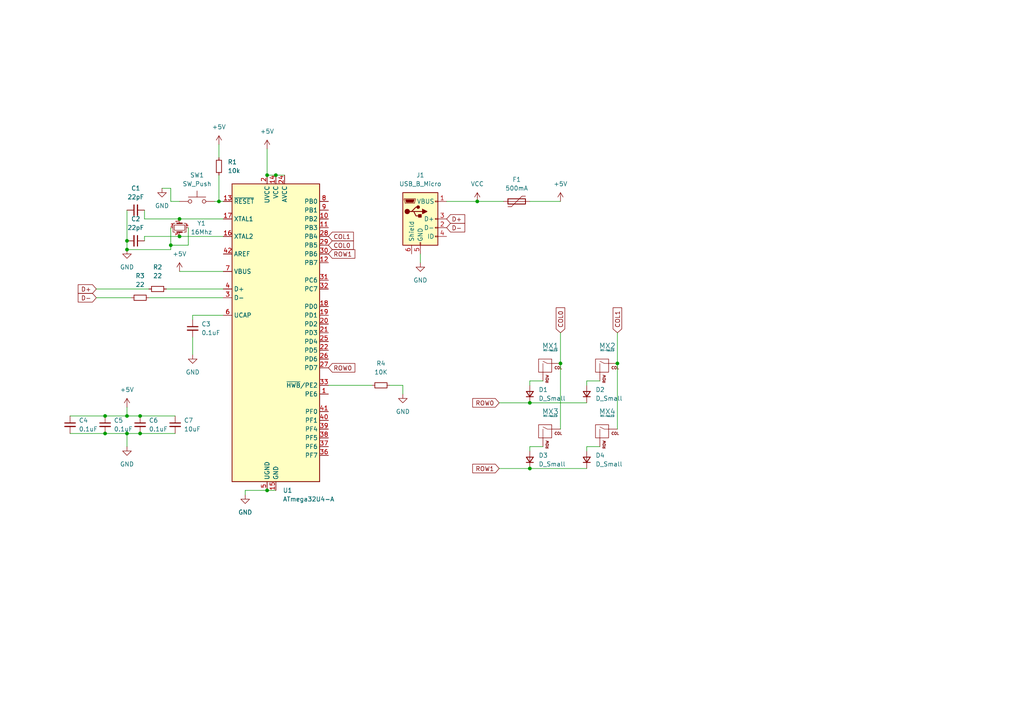
<source format=kicad_sch>
(kicad_sch (version 20211123) (generator eeschema)
  (paper "A4")
  (lib_symbols
    (symbol "Connector:USB_B_Micro" (pin_names (offset 1.016))
      (property "Reference" "J" (at -5.08 11.43 0))
      (property "Value" "USB_B_Micro" (at -5.08 8.89 0))
      (symbol "USB_B_Micro_0_1"
        (rectangle (start -5.08 -7.62) (end 5.08 7.62) (stroke (width 0.254)) (fill (type background)))
        (circle (center -3.81 2.159) (radius 0.635) (stroke (width 0.254)) (fill (type outline)))
        (circle (center -0.635 3.429) (radius 0.381) (stroke (width 0.254)) (fill (type outline)))
        (rectangle (start -0.127 -7.62) (end 0.127 -6.858))
        (polyline (pts (xy -1.905 2.159) (xy 0.635 2.159)) (stroke (width 0.254)))
        (polyline (pts (xy -3.175 2.159) (xy -2.54 2.159) (xy -1.27 3.429) (xy -0.635 3.429)) (stroke (width 0.254)))
        (polyline (pts (xy -2.54 2.159) (xy -1.905 2.159) (xy -1.27 0.889) (xy 0 0.889)) (stroke (width 0.254)))
        (polyline (pts (xy 0.635 2.794) (xy 0.635 1.524) (xy 1.905 2.159) (xy 0.635 2.794)) (stroke (width 0.254)) (fill (type outline)))
        (polyline (pts (xy -4.318 5.588) (xy -1.778 5.588) (xy -2.032 4.826) (xy -4.064 4.826) (xy -4.318 5.588)) (fill (type outline)))
        (polyline (pts (xy -4.699 5.842) (xy -4.699 5.588) (xy -4.445 4.826) (xy -4.445 4.572) (xy -1.651 4.572) (xy -1.651 4.826) (xy -1.397 5.588) (xy -1.397 5.842) (xy -4.699 5.842)))
        (rectangle (start 0.254 1.27) (end -0.508 0.508) (stroke (width 0.254)) (fill (type outline)))
        (rectangle (start 5.08 -5.207) (end 4.318 -4.953))
        (rectangle (start 5.08 -2.667) (end 4.318 -2.413))
        (rectangle (start 5.08 -0.127) (end 4.318 0.127))
        (rectangle (start 5.08 4.953) (end 4.318 5.207))
      )
      (symbol "USB_B_Micro_1_1"
        (pin power_out line (at 7.62 5.08 180) (length 2.54) (name "VBUS") (number "1"))
        (pin bidirectional line (at 7.62 -2.54 180) (length 2.54) (name "D-") (number "2"))
        (pin bidirectional line (at 7.62 0 180) (length 2.54) (name "D+") (number "3"))
        (pin passive line (at 7.62 -5.08 180) (length 2.54) (name "ID") (number "4"))
        (pin power_out line (at 0 -10.16 90) (length 2.54) (name "GND") (number "5"))
        (pin passive line (at -2.54 -10.16 90) (length 2.54) (name "Shield") (number "6"))
      )
    )
    (symbol "Device:C_Small" (pin_numbers hide) (pin_names (offset 0.254) hide)
      (property "Reference" "C" (at 0.254 1.778 0))
      (property "Value" "C_Small" (at 0.254 -2.032 0))
      (symbol "C_Small_0_1"
        (polyline (pts (xy -1.524 -0.508) (xy 1.524 -0.508)) (stroke (width 0.3302)))
        (polyline (pts (xy -1.524 0.508) (xy 1.524 0.508)) (stroke (width 0.3048)))
      )
      (symbol "C_Small_1_1"
        (pin passive line (at 0 2.54 270) (length 2.032) (name "~") (number "1"))
        (pin passive line (at 0 -2.54 90) (length 2.032) (name "~") (number "2"))
      )
    )
    (symbol "Device:Crystal_GND24_Small" (pin_names (offset 1.016) hide)
      (property "Reference" "Y" (at 1.27 4.445 0))
      (property "Value" "Crystal_GND24_Small" (at 1.27 2.54 0))
      (symbol "Crystal_GND24_Small_0_1"
        (rectangle (start -0.762 -1.524) (end 0.762 1.524))
        (polyline (pts (xy -1.27 -0.762) (xy -1.27 0.762)) (stroke (width 0.381)))
        (polyline (pts (xy 1.27 -0.762) (xy 1.27 0.762)) (stroke (width 0.381)))
        (polyline (pts (xy -1.27 -1.27) (xy -1.27 -1.905) (xy 1.27 -1.905) (xy 1.27 -1.27)))
        (polyline (pts (xy -1.27 1.27) (xy -1.27 1.905) (xy 1.27 1.905) (xy 1.27 1.27)))
      )
      (symbol "Crystal_GND24_Small_1_1"
        (pin passive line (at -2.54 0 0) (length 1.27) (name "1") (number "1"))
        (pin passive line (at 0 -2.54 90) (length 0.635) (name "2") (number "2"))
        (pin passive line (at 2.54 0 180) (length 1.27) (name "3") (number "3"))
        (pin passive line (at 0 2.54 270) (length 0.635) (name "4") (number "4"))
      )
    )
    (symbol "Device:D_Small" (pin_numbers hide) (pin_names (offset 0.254) hide)
      (property "Reference" "D" (at -1.27 2.032 0))
      (property "Value" "D_Small" (at -3.81 -2.032 0))
      (symbol "D_Small_0_1"
        (polyline (pts (xy -0.762 -1.016) (xy -0.762 1.016)) (stroke (width 0.254)))
        (polyline (pts (xy -0.762 0) (xy 0.762 0)))
        (polyline (pts (xy 0.762 -1.016) (xy -0.762 0) (xy 0.762 1.016) (xy 0.762 -1.016)) (stroke (width 0.254)))
      )
      (symbol "D_Small_1_1"
        (pin passive line (at -2.54 0 0) (length 1.778) (name "K") (number "1"))
        (pin passive line (at 2.54 0 180) (length 1.778) (name "A") (number "2"))
      )
    )
    (symbol "Device:Polyfuse" (pin_numbers hide) (pin_names (offset 0))
      (property "Reference" "F" (at -2.54 0 90))
      (property "Value" "Polyfuse" (at 2.54 0 90))
      (symbol "Polyfuse_0_1"
        (rectangle (start -0.762 2.54) (end 0.762 -2.54) (stroke (width 0.254)))
        (polyline (pts (xy 0 2.54) (xy 0 -2.54)))
        (polyline (pts (xy -1.524 2.54) (xy -1.524 1.524) (xy 1.524 -1.524) (xy 1.524 -2.54)))
      )
      (symbol "Polyfuse_1_1"
        (pin passive line (at 0 3.81 270) (length 1.27) (name "~") (number "1"))
        (pin passive line (at 0 -3.81 90) (length 1.27) (name "~") (number "2"))
      )
    )
    (symbol "Device:R_Small" (pin_numbers hide) (pin_names (offset 0.254) hide)
      (property "Reference" "R" (at 0.762 0.508 0))
      (property "Value" "R_Small" (at 0.762 -1.016 0))
      (symbol "R_Small_0_1"
        (rectangle (start -0.762 1.778) (end 0.762 -1.778) (stroke (width 0.2032)))
      )
      (symbol "R_Small_1_1"
        (pin passive line (at 0 2.54 270) (length 0.762) (name "~") (number "1"))
        (pin passive line (at 0 -2.54 90) (length 0.762) (name "~") (number "2"))
      )
    )
    (symbol "MCU_Microchip_ATmega:ATmega32U4-A"
      (property "Reference" "U" (at -12.7 44.45 0))
      (property "Value" "ATmega32U4-A" (at 2.54 -44.45 0))
      (symbol "ATmega32U4-A_0_1"
        (rectangle (start -12.7 -43.18) (end 12.7 43.18) (stroke (width 0.254)) (fill (type background)))
      )
      (symbol "ATmega32U4-A_1_1"
        (pin bidirectional line (at 15.24 -17.78 180) (length 2.54) (name "PE6") (number "1"))
        (pin bidirectional line (at 15.24 33.02 180) (length 2.54) (name "PB2") (number "10"))
        (pin bidirectional line (at 15.24 30.48 180) (length 2.54) (name "PB3") (number "11"))
        (pin bidirectional line (at 15.24 20.32 180) (length 2.54) (name "PB7") (number "12"))
        (pin input line (at -15.24 38.1 0) (length 2.54) (name "~{RESET}") (number "13"))
        (pin power_in line (at 0 45.72 270) (length 2.54) (name "VCC") (number "14"))
        (pin power_in line (at 0 -45.72 90) (length 2.54) (name "GND") (number "15"))
        (pin output line (at -15.24 27.94 0) (length 2.54) (name "XTAL2") (number "16"))
        (pin input line (at -15.24 33.02 0) (length 2.54) (name "XTAL1") (number "17"))
        (pin bidirectional line (at 15.24 7.62 180) (length 2.54) (name "PD0") (number "18"))
        (pin bidirectional line (at 15.24 5.08 180) (length 2.54) (name "PD1") (number "19"))
        (pin power_in line (at -2.54 45.72 270) (length 2.54) (name "UVCC") (number "2"))
        (pin bidirectional line (at 15.24 2.54 180) (length 2.54) (name "PD2") (number "20"))
        (pin bidirectional line (at 15.24 0 180) (length 2.54) (name "PD3") (number "21"))
        (pin bidirectional line (at 15.24 -5.08 180) (length 2.54) (name "PD5") (number "22"))
        (pin passive line (at 0 -45.72 90) (length 2.54) hide (name "GND") (number "23"))
        (pin power_in line (at 2.54 45.72 270) (length 2.54) (name "AVCC") (number "24"))
        (pin bidirectional line (at 15.24 -2.54 180) (length 2.54) (name "PD4") (number "25"))
        (pin bidirectional line (at 15.24 -7.62 180) (length 2.54) (name "PD6") (number "26"))
        (pin bidirectional line (at 15.24 -10.16 180) (length 2.54) (name "PD7") (number "27"))
        (pin bidirectional line (at 15.24 27.94 180) (length 2.54) (name "PB4") (number "28"))
        (pin bidirectional line (at 15.24 25.4 180) (length 2.54) (name "PB5") (number "29"))
        (pin bidirectional line (at -15.24 10.16 0) (length 2.54) (name "D-") (number "3"))
        (pin bidirectional line (at 15.24 22.86 180) (length 2.54) (name "PB6") (number "30"))
        (pin bidirectional line (at 15.24 15.24 180) (length 2.54) (name "PC6") (number "31"))
        (pin bidirectional line (at 15.24 12.7 180) (length 2.54) (name "PC7") (number "32"))
        (pin bidirectional line (at 15.24 -15.24 180) (length 2.54) (name "~{HWB}/PE2") (number "33"))
        (pin passive line (at 0 45.72 270) (length 2.54) hide (name "VCC") (number "34"))
        (pin passive line (at 0 -45.72 90) (length 2.54) hide (name "GND") (number "35"))
        (pin bidirectional line (at 15.24 -35.56 180) (length 2.54) (name "PF7") (number "36"))
        (pin bidirectional line (at 15.24 -33.02 180) (length 2.54) (name "PF6") (number "37"))
        (pin bidirectional line (at 15.24 -30.48 180) (length 2.54) (name "PF5") (number "38"))
        (pin bidirectional line (at 15.24 -27.94 180) (length 2.54) (name "PF4") (number "39"))
        (pin bidirectional line (at -15.24 12.7 0) (length 2.54) (name "D+") (number "4"))
        (pin bidirectional line (at 15.24 -25.4 180) (length 2.54) (name "PF1") (number "40"))
        (pin bidirectional line (at 15.24 -22.86 180) (length 2.54) (name "PF0") (number "41"))
        (pin passive line (at -15.24 22.86 0) (length 2.54) (name "AREF") (number "42"))
        (pin passive line (at 0 -45.72 90) (length 2.54) hide (name "GND") (number "43"))
        (pin passive line (at 2.54 45.72 270) (length 2.54) hide (name "AVCC") (number "44"))
        (pin passive line (at -2.54 -45.72 90) (length 2.54) (name "UGND") (number "5"))
        (pin passive line (at -15.24 5.08 0) (length 2.54) (name "UCAP") (number "6"))
        (pin input line (at -15.24 17.78 0) (length 2.54) (name "VBUS") (number "7"))
        (pin bidirectional line (at 15.24 38.1 180) (length 2.54) (name "PB0") (number "8"))
        (pin bidirectional line (at 15.24 35.56 180) (length 2.54) (name "PB1") (number "9"))
      )
    )
    (symbol "MX_Alps_Hybrid:MX-NoLED" (pin_names (offset 1.016))
      (property "Reference" "MX" (at -0.635 3.81 0))
      (property "Value" "MX-NoLED" (at -0.635 1.27 0))
      (symbol "MX-NoLED_0_0"
        (rectangle (start -2.54 2.54) (end 1.27 -1.27))
        (polyline (pts (xy -1.27 -1.27) (xy -1.27 1.27)) (stroke (width 0.127)))
        (polyline (pts (xy 1.27 1.27) (xy 0 1.27) (xy -1.27 1.905)) (stroke (width 0.127)))
        (text "COL" (at 3.175 0 0) (effects (font (size 0.762 0.762))))
        (text "ROW" (at 0 -1.905 900) (effects (font (size 0.762 0.762)) (justify right)))
      )
      (symbol "MX-NoLED_1_1"
        (pin passive line (at 3.81 1.27 180) (length 2.54) (name "COL") (number "1"))
        (pin passive line (at -1.27 -3.81 90) (length 2.54) (name "ROW") (number "2"))
      )
    )
    (symbol "Switch:SW_Push" (pin_numbers hide) (pin_names (offset 1.016) hide)
      (property "Reference" "SW" (at 1.27 2.54 0))
      (property "Value" "SW_Push" (at 0 -1.524 0))
      (symbol "SW_Push_0_1"
        (circle (center -2.032 0) (radius 0.508))
        (polyline (pts (xy 0 1.27) (xy 0 3.048)))
        (polyline (pts (xy 2.54 1.27) (xy -2.54 1.27)))
        (circle (center 2.032 0) (radius 0.508))
        (pin passive line (at -5.08 0 0) (length 2.54) (name "1") (number "1"))
        (pin passive line (at 5.08 0 180) (length 2.54) (name "2") (number "2"))
      )
    )
    (symbol "power:+5V" (power) (pin_names (offset 0))
      (property "Value" "+5V" (at 0 3.556 0))
      (symbol "+5V_0_1"
        (polyline (pts (xy -0.762 1.27) (xy 0 2.54)))
        (polyline (pts (xy 0 0) (xy 0 2.54)))
        (polyline (pts (xy 0 2.54) (xy 0.762 1.27)))
      )
      (symbol "+5V_1_1"
        (pin power_in line (at 0 0 90) (length 0) hide (name "+5V") (number "1"))
      )
    )
    (symbol "power:GND" (power) (pin_names (offset 0))
      (property "Value" "GND" (at 0 -3.81 0))
      (symbol "GND_0_1"
        (polyline (pts (xy 0 0) (xy 0 -1.27) (xy 1.27 -1.27) (xy 0 -2.54) (xy -1.27 -1.27) (xy 0 -1.27)))
      )
      (symbol "GND_1_1"
        (pin power_in line (at 0 0 270) (length 0) hide (name "GND") (number "1"))
      )
    )
    (symbol "power:VCC" (power) (pin_names (offset 0))
      (property "Value" "VCC" (at 0 3.81 0))
      (symbol "VCC_0_1"
        (polyline (pts (xy -0.762 1.27) (xy 0 2.54)))
        (polyline (pts (xy 0 0) (xy 0 2.54)))
        (polyline (pts (xy 0 2.54) (xy 0.762 1.27)))
      )
      (symbol "VCC_1_1"
        (pin power_in line (at 0 0 90) (length 0) hide (name "VCC") (number "1"))
      )
    )
  )
  (junction (at 52.07 63.5))
  (junction (at 77.47 142.24))
  (junction (at 49.53 71.12))
  (junction (at 162.56 105.41))
  (junction (at 30.48 125.73))
  (junction (at 63.5 58.42))
  (junction (at 40.64 125.73))
  (junction (at 52.07 68.58))
  (junction (at 80.01 50.8))
  (junction (at 153.67 135.89))
  (junction (at 40.64 120.65))
  (junction (at 179.07 105.41))
  (junction (at 138.43 58.42))
  (junction (at 36.83 69.85))
  (junction (at 36.83 120.65))
  (junction (at 36.83 72.39))
  (junction (at 36.83 125.73))
  (junction (at 153.67 116.84))
  (junction (at 77.47 50.8))
  (junction (at 30.48 120.65))
  (wire (pts (xy 40.64 120.65) (xy 50.8 120.65)))
  (wire (pts (xy 20.32 120.65) (xy 30.48 120.65)))
  (wire (pts (xy 63.5 41.91) (xy 63.5 45.72)))
  (wire (pts (xy 157.48 110.49) (xy 153.67 110.49)))
  (wire (pts (xy 113.03 111.76) (xy 116.84 111.76)))
  (wire (pts (xy 77.47 142.24) (xy 80.01 142.24)))
  (wire (pts (xy 71.12 142.24) (xy 71.12 143.51)))
  (wire (pts (xy 129.54 58.42) (xy 138.43 58.42)))
  (wire (pts (xy 64.77 86.36) (xy 43.18 86.36)))
  (wire (pts (xy 52.07 68.58) (xy 64.77 68.58)))
  (wire (pts (xy 170.18 129.54) (xy 170.18 130.81)))
  (wire (pts (xy 64.77 91.44) (xy 55.88 91.44)))
  (wire (pts (xy 49.53 71.12) (xy 49.53 72.39)))
  (wire (pts (xy 54.61 71.12) (xy 49.53 71.12)))
  (wire (pts (xy 173.99 110.49) (xy 170.18 110.49)))
  (wire (pts (xy 52.07 78.74) (xy 64.77 78.74)))
  (wire (pts (xy 77.47 50.8) (xy 80.01 50.8)))
  (wire (pts (xy 77.47 142.24) (xy 71.12 142.24)))
  (wire (pts (xy 170.18 110.49) (xy 170.18 111.76)))
  (wire (pts (xy 36.83 125.73) (xy 36.83 129.54)))
  (wire (pts (xy 36.83 120.65) (xy 40.64 120.65)))
  (wire (pts (xy 95.25 111.76) (xy 107.95 111.76)))
  (wire (pts (xy 121.92 73.66) (xy 121.92 76.2)))
  (wire (pts (xy 54.61 66.04) (xy 54.61 71.12)))
  (wire (pts (xy 77.47 43.18) (xy 77.47 50.8)))
  (wire (pts (xy 30.48 125.73) (xy 36.83 125.73)))
  (wire (pts (xy 49.53 72.39) (xy 36.83 72.39)))
  (wire (pts (xy 144.78 116.84) (xy 153.67 116.84)))
  (wire (pts (xy 52.07 63.5) (xy 41.91 63.5)))
  (wire (pts (xy 41.91 68.58) (xy 52.07 68.58)))
  (wire (pts (xy 49.53 58.42) (xy 49.53 54.61)))
  (wire (pts (xy 27.94 83.82) (xy 43.18 83.82)))
  (wire (pts (xy 144.78 135.89) (xy 153.67 135.89)))
  (wire (pts (xy 41.91 69.85) (xy 41.91 68.58)))
  (wire (pts (xy 36.83 118.11) (xy 36.83 120.65)))
  (wire (pts (xy 49.53 54.61) (xy 46.99 54.61)))
  (wire (pts (xy 36.83 125.73) (xy 40.64 125.73)))
  (wire (pts (xy 55.88 97.79) (xy 55.88 102.87)))
  (wire (pts (xy 162.56 96.52) (xy 162.56 105.41)))
  (wire (pts (xy 40.64 125.73) (xy 50.8 125.73)))
  (wire (pts (xy 55.88 91.44) (xy 55.88 92.71)))
  (wire (pts (xy 52.07 63.5) (xy 64.77 63.5)))
  (wire (pts (xy 153.67 116.84) (xy 170.18 116.84)))
  (wire (pts (xy 153.67 129.54) (xy 153.67 130.81)))
  (wire (pts (xy 30.48 120.65) (xy 36.83 120.65)))
  (wire (pts (xy 36.83 69.85) (xy 36.83 72.39)))
  (wire (pts (xy 153.67 110.49) (xy 153.67 111.76)))
  (wire (pts (xy 27.94 86.36) (xy 38.1 86.36)))
  (wire (pts (xy 153.67 58.42) (xy 162.56 58.42)))
  (wire (pts (xy 179.07 105.41) (xy 179.07 124.46)))
  (wire (pts (xy 52.07 58.42) (xy 49.53 58.42)))
  (wire (pts (xy 62.23 58.42) (xy 63.5 58.42)))
  (wire (pts (xy 138.43 58.42) (xy 146.05 58.42)))
  (wire (pts (xy 48.26 83.82) (xy 64.77 83.82)))
  (wire (pts (xy 153.67 135.89) (xy 170.18 135.89)))
  (wire (pts (xy 80.01 50.8) (xy 82.55 50.8)))
  (wire (pts (xy 63.5 58.42) (xy 64.77 58.42)))
  (wire (pts (xy 49.53 66.04) (xy 49.53 71.12)))
  (wire (pts (xy 20.32 125.73) (xy 30.48 125.73)))
  (wire (pts (xy 179.07 96.52) (xy 179.07 105.41)))
  (wire (pts (xy 162.56 105.41) (xy 162.56 124.46)))
  (wire (pts (xy 173.99 129.54) (xy 170.18 129.54)))
  (wire (pts (xy 63.5 50.8) (xy 63.5 58.42)))
  (wire (pts (xy 41.91 63.5) (xy 41.91 60.96)))
  (wire (pts (xy 157.48 129.54) (xy 153.67 129.54)))
  (wire (pts (xy 116.84 111.76) (xy 116.84 114.3)))
  (wire (pts (xy 36.83 60.96) (xy 36.83 69.85)))
  (global_label "COL0" (shape input) (at 95.25 71.12 0) (property "Intersheet References" "${INTERSHEET_REFS}" (effects hide)))
  (global_label "ROW1" (shape input) (at 95.25 73.66 0) (property "Intersheet References" "${INTERSHEET_REFS}" (effects hide)))
  (global_label "ROW0" (shape input) (at 95.25 106.68 0) (property "Intersheet References" "${INTERSHEET_REFS}" (effects hide)))
  (global_label "COL1" (shape input) (at 95.25 68.58 0) (property "Intersheet References" "${INTERSHEET_REFS}" (effects hide)))
  (global_label "COL0" (shape input) (at 162.56 96.52 90) (property "Intersheet References" "${INTERSHEET_REFS}" (effects hide)))
  (global_label "ROW0" (shape input) (at 144.78 116.84 180) (property "Intersheet References" "${INTERSHEET_REFS}" (effects hide)))
  (global_label "D+" (shape input) (at 129.54 63.5 0) (property "Intersheet References" "${INTERSHEET_REFS}" (effects hide)))
  (global_label "COL1" (shape input) (at 179.07 96.52 90) (property "Intersheet References" "${INTERSHEET_REFS}" (effects hide)))
  (global_label "ROW1" (shape input) (at 144.78 135.89 180) (property "Intersheet References" "${INTERSHEET_REFS}" (effects hide)))
  (global_label "D-" (shape input) (at 129.54 66.04 0) (property "Intersheet References" "${INTERSHEET_REFS}" (effects hide)))
  (global_label "D-" (shape input) (at 27.94 86.36 180) (property "Intersheet References" "${INTERSHEET_REFS}" (effects hide)))
  (global_label "D+" (shape input) (at 27.94 83.82 180) (property "Intersheet References" "${INTERSHEET_REFS}" (effects hide)))
  (symbol (lib_id "MX_Alps_Hybrid:MX-NoLED") (at 175.26 106.68 0) (unit 1)
    (property "Reference" "MX2" (at 176.1456 100.33 0) (effects (font (size 1.524 1.524))))
    (property "Value" "MX-NoLED" (at 176.1456 101.6 0) (effects (font (size 0.508 0.508))))
  )
  (symbol (lib_id "Device:R_Small") (at 63.5 48.26 180) (unit 1)
    (property "Reference" "R1" (at 66.04 46.9899 0) (effects (justify right)))
    (property "Value" "10k" (at 66.04 49.5299 0) (effects (justify right)))
    (property "Footprint" "Resistor_SMD:R_0805_2012Metric" (effects hide))
  )
  (symbol (lib_id "MX_Alps_Hybrid:MX-NoLED") (at 158.75 106.68 0) (unit 1)
    (property "Reference" "MX1" (at 159.6356 100.33 0) (effects (font (size 1.524 1.524))))
    (property "Value" "MX-NoLED" (at 159.6356 101.6 0) (effects (font (size 0.508 0.508))))
  )
  (symbol (lib_id "MX_Alps_Hybrid:MX-NoLED") (at 158.75 125.73 0) (unit 1)
    (property "Reference" "MX3" (at 159.6356 119.38 0) (effects (font (size 1.524 1.524))))
    (property "Value" "MX-NoLED" (at 159.6356 120.65 0) (effects (font (size 0.508 0.508))))
  )
  (symbol (lib_id "Device:D_Small") (at 153.67 133.35 90) (unit 1)
    (property "Reference" "D3" (at 156.21 132.0799 90) (effects (justify right)))
    (property "Value" "D_Small" (at 156.21 134.6199 90) (effects (justify right)))
    (property "Footprint" "Diode_SMD:D_SOD-123" (effects hide))
  )
  (symbol (lib_id "power:+5V") (at 77.47 43.18 0) (unit 1)
    (property "Reference" "#PWR02" (effects hide))
    (property "Value" "+5V" (at 77.47 38.1 0))
  )
  (symbol (lib_id "Connector:USB_B_Micro") (at 121.92 63.5 0) (unit 1)
    (property "Reference" "J1" (at 121.92 50.8 0))
    (property "Value" "USB_B_Micro" (at 121.92 53.34 0))
    (property "Footprint" "random-keyboard-parts:Molex-0548190589" (effects hide))
  )
  (symbol (lib_id "power:GND") (at 116.84 114.3 0) (unit 1)
    (property "Reference" "#PWR010" (effects hide))
    (property "Value" "GND" (at 116.84 119.38 0))
  )
  (symbol (lib_id "Device:D_Small") (at 170.18 114.3 90) (unit 1)
    (property "Reference" "D2" (at 172.72 113.0299 90) (effects (justify right)))
    (property "Value" "D_Small" (at 172.72 115.5699 90) (effects (justify right)))
    (property "Footprint" "Diode_SMD:D_SOD-123" (effects hide))
  )
  (symbol (lib_id "power:+5V") (at 52.07 78.74 0) (unit 1)
    (property "Reference" "#PWR08" (effects hide))
    (property "Value" "+5V" (at 52.07 73.66 0))
  )
  (symbol (lib_id "power:GND") (at 46.99 54.61 0) (unit 1)
    (property "Reference" "#PWR03" (effects hide))
    (property "Value" "GND" (at 46.99 59.69 0))
  )
  (symbol (lib_id "Device:C_Small") (at 30.48 123.19 0) (unit 1)
    (property "Reference" "C5" (at 33.02 121.9262 0) (effects (justify left)))
    (property "Value" "0.1uF" (at 33.02 124.4662 0) (effects (justify left)))
    (property "Footprint" "Capacitor_SMD:C_0805_2012Metric" (effects hide))
  )
  (symbol (lib_id "MCU_Microchip_ATmega:ATmega32U4-A") (at 80.01 96.52 0) (unit 1)
    (property "Reference" "U1" (at 82.0294 142.24 0) (effects (justify left)))
    (property "Value" "ATmega32U4-A" (at 82.0294 144.78 0) (effects (justify left)))
    (property "Footprint" "Package_QFP:TQFP-44_10x10mm_P0.8mm" (effects hide))
    (property "Datasheet" "http://ww1.microchip.com/downloads/en/DeviceDoc/Atmel-7766-8-bit-AVR-ATmega16U4-32U4_Datasheet.pdf" (effects hide))
  )
  (symbol (lib_id "Device:C_Small") (at 39.37 69.85 270) (unit 1)
    (property "Reference" "C2" (at 39.3636 63.5 90))
    (property "Value" "22pF" (at 39.3636 66.04 90))
    (property "Footprint" "Capacitor_SMD:C_0805_2012Metric" (effects hide))
  )
  (symbol (lib_id "Device:R_Small") (at 40.64 86.36 270) (unit 1)
    (property "Reference" "R3" (at 40.64 80.01 90))
    (property "Value" "22" (at 40.64 82.55 90))
    (property "Footprint" "Resistor_SMD:R_0805_2012Metric" (effects hide))
  )
  (symbol (lib_id "Device:C_Small") (at 20.32 123.19 0) (unit 1)
    (property "Reference" "C4" (at 22.86 121.9262 0) (effects (justify left)))
    (property "Value" "0.1uF" (at 22.86 124.4662 0) (effects (justify left)))
    (property "Footprint" "Capacitor_SMD:C_0805_2012Metric" (effects hide))
  )
  (symbol (lib_id "Device:C_Small") (at 50.8 123.19 0) (unit 1)
    (property "Reference" "C7" (at 53.34 121.9262 0) (effects (justify left)))
    (property "Value" "10uF" (at 53.34 124.4662 0) (effects (justify left)))
    (property "Footprint" "Capacitor_SMD:C_0805_2012Metric" (effects hide))
  )
  (symbol (lib_id "Device:Polyfuse") (at 149.86 58.42 90) (unit 1)
    (property "Reference" "F1" (at 149.86 52.07 90))
    (property "Value" "500mA" (at 149.86 54.61 90))
    (property "Footprint" "Fuse:Fuseholder_Cylinder-5x20mm_Wuerth_696103101002-SMD_Horizontal_Open" (effects hide))
  )
  (symbol (lib_id "Device:C_Small") (at 40.64 123.19 0) (unit 1)
    (property "Reference" "C6" (at 43.18 121.9262 0) (effects (justify left)))
    (property "Value" "0.1uF" (at 43.18 124.4662 0) (effects (justify left)))
    (property "Footprint" "Capacitor_SMD:C_0805_2012Metric" (effects hide))
  )
  (symbol (lib_id "power:GND") (at 36.83 72.39 0) (unit 1)
    (property "Reference" "#PWR06" (effects hide))
    (property "Value" "GND" (at 36.83 77.47 0))
  )
  (symbol (lib_id "Device:D_Small") (at 153.67 114.3 90) (unit 1)
    (property "Reference" "D1" (at 156.21 113.0299 90) (effects (justify right)))
    (property "Value" "D_Small" (at 156.21 115.5699 90) (effects (justify right)))
    (property "Footprint" "Diode_SMD:D_SOD-123" (effects hide))
  )
  (symbol (lib_id "power:+5V") (at 63.5 41.91 0) (unit 1)
    (property "Reference" "#PWR01" (effects hide))
    (property "Value" "+5V" (at 63.5 36.83 0))
  )
  (symbol (lib_id "Switch:SW_Push") (at 57.15 58.42 0) (unit 1)
    (property "Reference" "SW1" (at 57.15 50.8 0))
    (property "Value" "SW_Push" (at 57.15 53.34 0))
    (property "Footprint" "random-keyboard-parts:SKQG-1155865" (effects hide))
  )
  (symbol (lib_id "power:GND") (at 71.12 143.51 0) (unit 1)
    (property "Reference" "#PWR013" (effects hide))
    (property "Value" "GND" (at 71.12 148.59 0))
  )
  (symbol (lib_id "power:+5V") (at 162.56 58.42 0) (unit 1)
    (property "Reference" "#PWR05" (effects hide))
    (property "Value" "+5V" (at 162.56 53.34 0))
  )
  (symbol (lib_id "MX_Alps_Hybrid:MX-NoLED") (at 175.26 125.73 0) (unit 1)
    (property "Reference" "MX4" (at 176.1456 119.38 0) (effects (font (size 1.524 1.524))))
    (property "Value" "MX-NoLED" (at 176.1456 120.65 0) (effects (font (size 0.508 0.508))))
  )
  (symbol (lib_id "Device:C_Small") (at 55.88 95.25 0) (unit 1)
    (property "Reference" "C3" (at 58.42 93.9862 0) (effects (justify left)))
    (property "Value" "0.1uF" (at 58.42 96.5262 0) (effects (justify left)))
    (property "Footprint" "Capacitor_SMD:C_0805_2012Metric" (effects hide))
  )
  (symbol (lib_id "Device:C_Small") (at 39.37 60.96 90) (unit 1)
    (property "Reference" "C1" (at 39.3763 54.61 90))
    (property "Value" "22pF" (at 39.3763 57.15 90))
    (property "Footprint" "Capacitor_SMD:C_0805_2012Metric" (effects hide))
  )
  (symbol (lib_id "Device:R_Small") (at 45.72 83.82 90) (unit 1)
    (property "Reference" "R2" (at 45.72 77.47 90))
    (property "Value" "22" (at 45.72 80.01 90))
    (property "Footprint" "Resistor_SMD:R_0805_2012Metric" (effects hide))
  )
  (symbol (lib_id "Device:Crystal_GND24_Small") (at 52.07 66.04 270) (unit 1)
    (property "Reference" "Y1" (at 58.42 64.77 90))
    (property "Value" "16Mhz" (at 58.42 67.31 90))
  )
  (symbol (lib_id "power:+5V") (at 36.83 118.11 0) (unit 1)
    (property "Reference" "#PWR011" (effects hide))
    (property "Value" "+5V" (at 36.83 113.03 0))
  )
  (symbol (lib_id "Device:R_Small") (at 110.49 111.76 90) (unit 1)
    (property "Reference" "R4" (at 110.49 105.41 90))
    (property "Value" "10K" (at 110.49 107.95 90))
    (property "Footprint" "Resistor_SMD:R_0805_2012Metric" (effects hide))
  )
  (symbol (lib_id "power:GND") (at 36.83 129.54 0) (unit 1)
    (property "Reference" "#PWR012" (effects hide))
    (property "Value" "GND" (at 36.83 134.62 0))
  )
  (symbol (lib_id "power:GND") (at 55.88 102.87 0) (unit 1)
    (property "Reference" "#PWR09" (effects hide))
    (property "Value" "GND" (at 55.88 107.95 0))
  )
  (symbol (lib_id "Device:D_Small") (at 170.18 133.35 90) (unit 1)
    (property "Reference" "D4" (at 172.72 132.0799 90) (effects (justify right)))
    (property "Value" "D_Small" (at 172.72 134.6199 90) (effects (justify right)))
    (property "Footprint" "Diode_SMD:D_SOD-123" (effects hide))
  )
  (symbol (lib_id "power:GND") (at 121.92 76.2 0) (unit 1)
    (property "Reference" "#PWR07" (effects hide))
    (property "Value" "GND" (at 121.92 81.28 0))
  )
  (symbol (lib_id "power:VCC") (at 138.43 58.42 0) (unit 1)
    (property "Reference" "#PWR04" (effects hide))
    (property "Value" "VCC" (at 138.43 53.34 0))
  )
)
</source>
